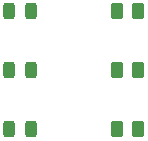
<source format=gbr>
%TF.GenerationSoftware,KiCad,Pcbnew,9.0.0*%
%TF.CreationDate,2025-04-13T00:13:38+03:00*%
%TF.ProjectId,power distribution,706f7765-7220-4646-9973-747269627574,rev?*%
%TF.SameCoordinates,Original*%
%TF.FileFunction,Paste,Top*%
%TF.FilePolarity,Positive*%
%FSLAX46Y46*%
G04 Gerber Fmt 4.6, Leading zero omitted, Abs format (unit mm)*
G04 Created by KiCad (PCBNEW 9.0.0) date 2025-04-13 00:13:38*
%MOMM*%
%LPD*%
G01*
G04 APERTURE LIST*
G04 Aperture macros list*
%AMRoundRect*
0 Rectangle with rounded corners*
0 $1 Rounding radius*
0 $2 $3 $4 $5 $6 $7 $8 $9 X,Y pos of 4 corners*
0 Add a 4 corners polygon primitive as box body*
4,1,4,$2,$3,$4,$5,$6,$7,$8,$9,$2,$3,0*
0 Add four circle primitives for the rounded corners*
1,1,$1+$1,$2,$3*
1,1,$1+$1,$4,$5*
1,1,$1+$1,$6,$7*
1,1,$1+$1,$8,$9*
0 Add four rect primitives between the rounded corners*
20,1,$1+$1,$2,$3,$4,$5,0*
20,1,$1+$1,$4,$5,$6,$7,0*
20,1,$1+$1,$6,$7,$8,$9,0*
20,1,$1+$1,$8,$9,$2,$3,0*%
G04 Aperture macros list end*
%ADD10RoundRect,0.243750X-0.243750X-0.456250X0.243750X-0.456250X0.243750X0.456250X-0.243750X0.456250X0*%
%ADD11RoundRect,0.250000X-0.262500X-0.450000X0.262500X-0.450000X0.262500X0.450000X-0.262500X0.450000X0*%
G04 APERTURE END LIST*
D10*
%TO.C,D3*%
X39558750Y-101500000D03*
X37683750Y-101500000D03*
%TD*%
%TO.C,D2*%
X37683750Y-106500000D03*
X39558750Y-106500000D03*
%TD*%
%TO.C,D1*%
X39558750Y-111500000D03*
X37683750Y-111500000D03*
%TD*%
D11*
%TO.C,R3*%
X48613750Y-101500000D03*
X46788750Y-101500000D03*
%TD*%
%TO.C,R1*%
X48613750Y-111500000D03*
X46788750Y-111500000D03*
%TD*%
%TO.C,R2*%
X48613750Y-106500000D03*
X46788750Y-106500000D03*
%TD*%
M02*

</source>
